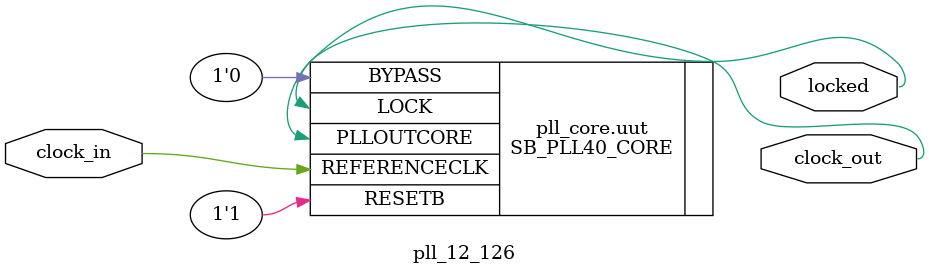
<source format=v>

module pll_12_126 #(
    parameter ICE40_PAD = 0
) (
	input  clock_in,
	output clock_out,
	output locked
);

/**
 * PLL configuration
 *
 * This Verilog module was generated automatically
 * using the icepll tool from the IceStorm project.
 * Use at your own risk.
 *
 * Given input frequency:        12.000 MHz
 * Requested output frequency:  126.000 MHz
 * Achieved output frequency:   126.000 MHz
 */

generate
if (ICE40_PAD) begin: pll_pad

SB_PLL40_PAD #(
		.FEEDBACK_PATH("SIMPLE"),
		.DIVR(4'b0000),		// DIVR =  0
		.DIVF(7'b1010011),	// DIVF = 83
		.DIVQ(3'b011),		// DIVQ =  3
		.FILTER_RANGE(3'b001)	// FILTER_RANGE = 1
	) uut (
		.LOCK(locked),
		.RESETB(1'b1),
		.BYPASS(1'b0),
		.PACKAGEPIN(clock_in),
		.PLLOUTCORE(clock_out)
		);

end else begin: pll_core

SB_PLL40_CORE #(
		.FEEDBACK_PATH("SIMPLE"),
		.DIVR(4'b0000),		// DIVR =  0
		.DIVF(7'b1010011),	// DIVF = 83
		.DIVQ(3'b011),		// DIVQ =  3
		.FILTER_RANGE(3'b001)	// FILTER_RANGE = 1
	) uut (
		.LOCK(locked),
		.RESETB(1'b1),
		.BYPASS(1'b0),
		.REFERENCECLK(clock_in),
		.PLLOUTCORE(clock_out)
		);

end
endgenerate

endmodule

</source>
